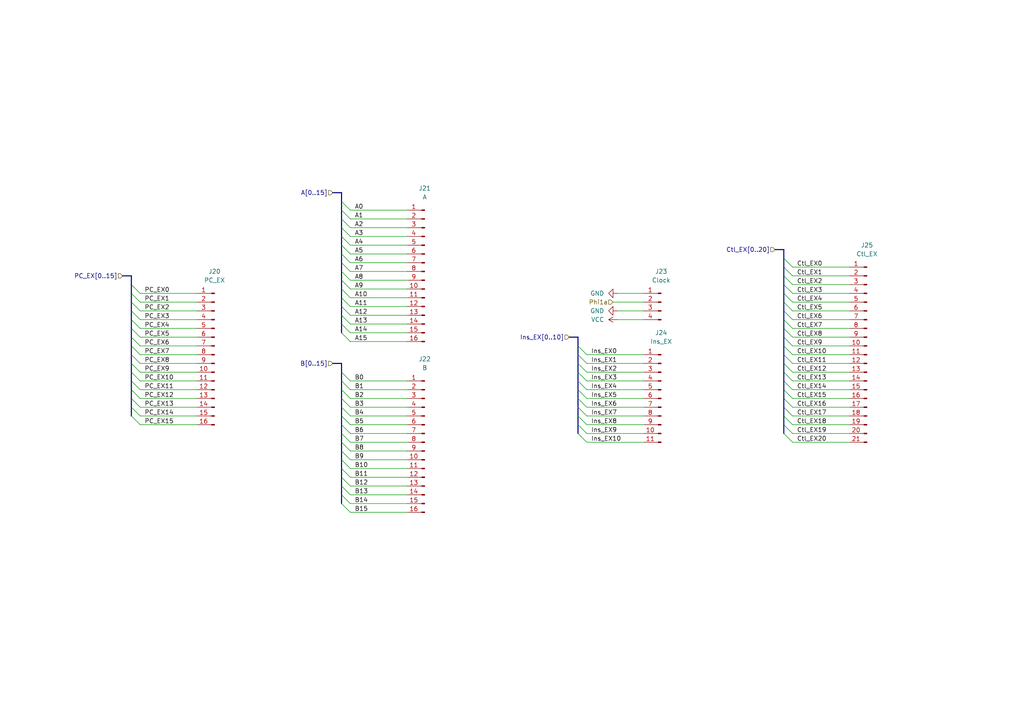
<source format=kicad_sch>
(kicad_sch (version 20211123) (generator eeschema)
  (paper "A4")
  (title_block (title "Turtle16: EX Module Inputs") (date "2022-09-24") (rev "B"))
  (lib_symbols
    (symbol "Connector:Conn_01x04_Male" (pin_names (offset 1.016) hide)
      (property "Reference" "J" (at 0 5.08 0))
      (property "Value" "Conn_01x04_Male" (at 0 -7.62 0))
      (symbol "Conn_01x04_Male_1_1"
        (polyline (pts (xy 1.27 -5.08) (xy 0.8636 -5.08)) (stroke (width 0.1524)))
        (polyline (pts (xy 1.27 -2.54) (xy 0.8636 -2.54)) (stroke (width 0.1524)))
        (polyline (pts (xy 1.27 0) (xy 0.8636 0)) (stroke (width 0.1524)))
        (polyline (pts (xy 1.27 2.54) (xy 0.8636 2.54)) (stroke (width 0.1524)))
        (rectangle (start 0.8636 -4.953) (end 0 -5.207) (stroke (width 0.1524)) (fill (type outline)))
        (rectangle (start 0.8636 -2.413) (end 0 -2.667) (stroke (width 0.1524)) (fill (type outline)))
        (rectangle (start 0.8636 0.127) (end 0 -0.127) (stroke (width 0.1524)) (fill (type outline)))
        (rectangle (start 0.8636 2.667) (end 0 2.413) (stroke (width 0.1524)) (fill (type outline)))
        (pin passive line (at 5.08 2.54 180) (length 3.81) (name "Pin_1") (number "1"))
        (pin passive line (at 5.08 0 180) (length 3.81) (name "Pin_2") (number "2"))
        (pin passive line (at 5.08 -2.54 180) (length 3.81) (name "Pin_3") (number "3"))
        (pin passive line (at 5.08 -5.08 180) (length 3.81) (name "Pin_4") (number "4"))
      )
    )
    (symbol "Connector:Conn_01x11_Male" (pin_names (offset 1.016) hide)
      (property "Reference" "J" (at 0 15.24 0))
      (property "Value" "Conn_01x11_Male" (at 0 -15.24 0))
      (symbol "Conn_01x11_Male_1_1"
        (polyline (pts (xy 1.27 -12.7) (xy 0.8636 -12.7)) (stroke (width 0.1524)))
        (polyline (pts (xy 1.27 -10.16) (xy 0.8636 -10.16)) (stroke (width 0.1524)))
        (polyline (pts (xy 1.27 -7.62) (xy 0.8636 -7.62)) (stroke (width 0.1524)))
        (polyline (pts (xy 1.27 -5.08) (xy 0.8636 -5.08)) (stroke (width 0.1524)))
        (polyline (pts (xy 1.27 -2.54) (xy 0.8636 -2.54)) (stroke (width 0.1524)))
        (polyline (pts (xy 1.27 0) (xy 0.8636 0)) (stroke (width 0.1524)))
        (polyline (pts (xy 1.27 2.54) (xy 0.8636 2.54)) (stroke (width 0.1524)))
        (polyline (pts (xy 1.27 5.08) (xy 0.8636 5.08)) (stroke (width 0.1524)))
        (polyline (pts (xy 1.27 7.62) (xy 0.8636 7.62)) (stroke (width 0.1524)))
        (polyline (pts (xy 1.27 10.16) (xy 0.8636 10.16)) (stroke (width 0.1524)))
        (polyline (pts (xy 1.27 12.7) (xy 0.8636 12.7)) (stroke (width 0.1524)))
        (rectangle (start 0.8636 -12.573) (end 0 -12.827) (stroke (width 0.1524)) (fill (type outline)))
        (rectangle (start 0.8636 -10.033) (end 0 -10.287) (stroke (width 0.1524)) (fill (type outline)))
        (rectangle (start 0.8636 -7.493) (end 0 -7.747) (stroke (width 0.1524)) (fill (type outline)))
        (rectangle (start 0.8636 -4.953) (end 0 -5.207) (stroke (width 0.1524)) (fill (type outline)))
        (rectangle (start 0.8636 -2.413) (end 0 -2.667) (stroke (width 0.1524)) (fill (type outline)))
        (rectangle (start 0.8636 0.127) (end 0 -0.127) (stroke (width 0.1524)) (fill (type outline)))
        (rectangle (start 0.8636 2.667) (end 0 2.413) (stroke (width 0.1524)) (fill (type outline)))
        (rectangle (start 0.8636 5.207) (end 0 4.953) (stroke (width 0.1524)) (fill (type outline)))
        (rectangle (start 0.8636 7.747) (end 0 7.493) (stroke (width 0.1524)) (fill (type outline)))
        (rectangle (start 0.8636 10.287) (end 0 10.033) (stroke (width 0.1524)) (fill (type outline)))
        (rectangle (start 0.8636 12.827) (end 0 12.573) (stroke (width 0.1524)) (fill (type outline)))
        (pin passive line (at 5.08 12.7 180) (length 3.81) (name "Pin_1") (number "1"))
        (pin passive line (at 5.08 -10.16 180) (length 3.81) (name "Pin_10") (number "10"))
        (pin passive line (at 5.08 -12.7 180) (length 3.81) (name "Pin_11") (number "11"))
        (pin passive line (at 5.08 10.16 180) (length 3.81) (name "Pin_2") (number "2"))
        (pin passive line (at 5.08 7.62 180) (length 3.81) (name "Pin_3") (number "3"))
        (pin passive line (at 5.08 5.08 180) (length 3.81) (name "Pin_4") (number "4"))
        (pin passive line (at 5.08 2.54 180) (length 3.81) (name "Pin_5") (number "5"))
        (pin passive line (at 5.08 0 180) (length 3.81) (name "Pin_6") (number "6"))
        (pin passive line (at 5.08 -2.54 180) (length 3.81) (name "Pin_7") (number "7"))
        (pin passive line (at 5.08 -5.08 180) (length 3.81) (name "Pin_8") (number "8"))
        (pin passive line (at 5.08 -7.62 180) (length 3.81) (name "Pin_9") (number "9"))
      )
    )
    (symbol "Connector:Conn_01x16_Male" (pin_names (offset 1.016) hide)
      (property "Reference" "J" (at 0 20.32 0))
      (property "Value" "Conn_01x16_Male" (at 0 -22.86 0))
      (symbol "Conn_01x16_Male_1_1"
        (polyline (pts (xy 1.27 -20.32) (xy 0.8636 -20.32)) (stroke (width 0.1524)))
        (polyline (pts (xy 1.27 -17.78) (xy 0.8636 -17.78)) (stroke (width 0.1524)))
        (polyline (pts (xy 1.27 -15.24) (xy 0.8636 -15.24)) (stroke (width 0.1524)))
        (polyline (pts (xy 1.27 -12.7) (xy 0.8636 -12.7)) (stroke (width 0.1524)))
        (polyline (pts (xy 1.27 -10.16) (xy 0.8636 -10.16)) (stroke (width 0.1524)))
        (polyline (pts (xy 1.27 -7.62) (xy 0.8636 -7.62)) (stroke (width 0.1524)))
        (polyline (pts (xy 1.27 -5.08) (xy 0.8636 -5.08)) (stroke (width 0.1524)))
        (polyline (pts (xy 1.27 -2.54) (xy 0.8636 -2.54)) (stroke (width 0.1524)))
        (polyline (pts (xy 1.27 0) (xy 0.8636 0)) (stroke (width 0.1524)))
        (polyline (pts (xy 1.27 2.54) (xy 0.8636 2.54)) (stroke (width 0.1524)))
        (polyline (pts (xy 1.27 5.08) (xy 0.8636 5.08)) (stroke (width 0.1524)))
        (polyline (pts (xy 1.27 7.62) (xy 0.8636 7.62)) (stroke (width 0.1524)))
        (polyline (pts (xy 1.27 10.16) (xy 0.8636 10.16)) (stroke (width 0.1524)))
        (polyline (pts (xy 1.27 12.7) (xy 0.8636 12.7)) (stroke (width 0.1524)))
        (polyline (pts (xy 1.27 15.24) (xy 0.8636 15.24)) (stroke (width 0.1524)))
        (polyline (pts (xy 1.27 17.78) (xy 0.8636 17.78)) (stroke (width 0.1524)))
        (rectangle (start 0.8636 -20.193) (end 0 -20.447) (stroke (width 0.1524)) (fill (type outline)))
        (rectangle (start 0.8636 -17.653) (end 0 -17.907) (stroke (width 0.1524)) (fill (type outline)))
        (rectangle (start 0.8636 -15.113) (end 0 -15.367) (stroke (width 0.1524)) (fill (type outline)))
        (rectangle (start 0.8636 -12.573) (end 0 -12.827) (stroke (width 0.1524)) (fill (type outline)))
        (rectangle (start 0.8636 -10.033) (end 0 -10.287) (stroke (width 0.1524)) (fill (type outline)))
        (rectangle (start 0.8636 -7.493) (end 0 -7.747) (stroke (width 0.1524)) (fill (type outline)))
        (rectangle (start 0.8636 -4.953) (end 0 -5.207) (stroke (width 0.1524)) (fill (type outline)))
        (rectangle (start 0.8636 -2.413) (end 0 -2.667) (stroke (width 0.1524)) (fill (type outline)))
        (rectangle (start 0.8636 0.127) (end 0 -0.127) (stroke (width 0.1524)) (fill (type outline)))
        (rectangle (start 0.8636 2.667) (end 0 2.413) (stroke (width 0.1524)) (fill (type outline)))
        (rectangle (start 0.8636 5.207) (end 0 4.953) (stroke (width 0.1524)) (fill (type outline)))
        (rectangle (start 0.8636 7.747) (end 0 7.493) (stroke (width 0.1524)) (fill (type outline)))
        (rectangle (start 0.8636 10.287) (end 0 10.033) (stroke (width 0.1524)) (fill (type outline)))
        (rectangle (start 0.8636 12.827) (end 0 12.573) (stroke (width 0.1524)) (fill (type outline)))
        (rectangle (start 0.8636 15.367) (end 0 15.113) (stroke (width 0.1524)) (fill (type outline)))
        (rectangle (start 0.8636 17.907) (end 0 17.653) (stroke (width 0.1524)) (fill (type outline)))
        (pin passive line (at 5.08 17.78 180) (length 3.81) (name "Pin_1") (number "1"))
        (pin passive line (at 5.08 -5.08 180) (length 3.81) (name "Pin_10") (number "10"))
        (pin passive line (at 5.08 -7.62 180) (length 3.81) (name "Pin_11") (number "11"))
        (pin passive line (at 5.08 -10.16 180) (length 3.81) (name "Pin_12") (number "12"))
        (pin passive line (at 5.08 -12.7 180) (length 3.81) (name "Pin_13") (number "13"))
        (pin passive line (at 5.08 -15.24 180) (length 3.81) (name "Pin_14") (number "14"))
        (pin passive line (at 5.08 -17.78 180) (length 3.81) (name "Pin_15") (number "15"))
        (pin passive line (at 5.08 -20.32 180) (length 3.81) (name "Pin_16") (number "16"))
        (pin passive line (at 5.08 15.24 180) (length 3.81) (name "Pin_2") (number "2"))
        (pin passive line (at 5.08 12.7 180) (length 3.81) (name "Pin_3") (number "3"))
        (pin passive line (at 5.08 10.16 180) (length 3.81) (name "Pin_4") (number "4"))
        (pin passive line (at 5.08 7.62 180) (length 3.81) (name "Pin_5") (number "5"))
        (pin passive line (at 5.08 5.08 180) (length 3.81) (name "Pin_6") (number "6"))
        (pin passive line (at 5.08 2.54 180) (length 3.81) (name "Pin_7") (number "7"))
        (pin passive line (at 5.08 0 180) (length 3.81) (name "Pin_8") (number "8"))
        (pin passive line (at 5.08 -2.54 180) (length 3.81) (name "Pin_9") (number "9"))
      )
    )
    (symbol "Connector:Conn_01x21_Male" (pin_names (offset 1.016) hide)
      (property "Reference" "J" (at 0 27.94 0))
      (property "Value" "Conn_01x21_Male" (at 0 -27.94 0))
      (symbol "Conn_01x21_Male_1_1"
        (polyline (pts (xy 1.27 -25.4) (xy 0.8636 -25.4)) (stroke (width 0.1524)))
        (polyline (pts (xy 1.27 -22.86) (xy 0.8636 -22.86)) (stroke (width 0.1524)))
        (polyline (pts (xy 1.27 -20.32) (xy 0.8636 -20.32)) (stroke (width 0.1524)))
        (polyline (pts (xy 1.27 -17.78) (xy 0.8636 -17.78)) (stroke (width 0.1524)))
        (polyline (pts (xy 1.27 -15.24) (xy 0.8636 -15.24)) (stroke (width 0.1524)))
        (polyline (pts (xy 1.27 -12.7) (xy 0.8636 -12.7)) (stroke (width 0.1524)))
        (polyline (pts (xy 1.27 -10.16) (xy 0.8636 -10.16)) (stroke (width 0.1524)))
        (polyline (pts (xy 1.27 -7.62) (xy 0.8636 -7.62)) (stroke (width 0.1524)))
        (polyline (pts (xy 1.27 -5.08) (xy 0.8636 -5.08)) (stroke (width 0.1524)))
        (polyline (pts (xy 1.27 -2.54) (xy 0.8636 -2.54)) (stroke (width 0.1524)))
        (polyline (pts (xy 1.27 0) (xy 0.8636 0)) (stroke (width 0.1524)))
        (polyline (pts (xy 1.27 2.54) (xy 0.8636 2.54)) (stroke (width 0.1524)))
        (polyline (pts (xy 1.27 5.08) (xy 0.8636 5.08)) (stroke (width 0.1524)))
        (polyline (pts (xy 1.27 7.62) (xy 0.8636 7.62)) (stroke (width 0.1524)))
        (polyline (pts (xy 1.27 10.16) (xy 0.8636 10.16)) (stroke (width 0.1524)))
        (polyline (pts (xy 1.27 12.7) (xy 0.8636 12.7)) (stroke (width 0.1524)))
        (polyline (pts (xy 1.27 15.24) (xy 0.8636 15.24)) (stroke (width 0.1524)))
        (polyline (pts (xy 1.27 17.78) (xy 0.8636 17.78)) (stroke (width 0.1524)))
        (polyline (pts (xy 1.27 20.32) (xy 0.8636 20.32)) (stroke (width 0.1524)))
        (polyline (pts (xy 1.27 22.86) (xy 0.8636 22.86)) (stroke (width 0.1524)))
        (polyline (pts (xy 1.27 25.4) (xy 0.8636 25.4)) (stroke (width 0.1524)))
        (rectangle (start 0.8636 -25.273) (end 0 -25.527) (stroke (width 0.1524)) (fill (type outline)))
        (rectangle (start 0.8636 -22.733) (end 0 -22.987) (stroke (width 0.1524)) (fill (type outline)))
        (rectangle (start 0.8636 -20.193) (end 0 -20.447) (stroke (width 0.1524)) (fill (type outline)))
        (rectangle (start 0.8636 -17.653) (end 0 -17.907) (stroke (width 0.1524)) (fill (type outline)))
        (rectangle (start 0.8636 -15.113) (end 0 -15.367) (stroke (width 0.1524)) (fill (type outline)))
        (rectangle (start 0.8636 -12.573) (end 0 -12.827) (stroke (width 0.1524)) (fill (type outline)))
        (rectangle (start 0.8636 -10.033) (end 0 -10.287) (stroke (width 0.1524)) (fill (type outline)))
        (rectangle (start 0.8636 -7.493) (end 0 -7.747) (stroke (width 0.1524)) (fill (type outline)))
        (rectangle (start 0.8636 -4.953) (end 0 -5.207) (stroke (width 0.1524)) (fill (type outline)))
        (rectangle (start 0.8636 -2.413) (end 0 -2.667) (stroke (width 0.1524)) (fill (type outline)))
        (rectangle (start 0.8636 0.127) (end 0 -0.127) (stroke (width 0.1524)) (fill (type outline)))
        (rectangle (start 0.8636 2.667) (end 0 2.413) (stroke (width 0.1524)) (fill (type outline)))
        (rectangle (start 0.8636 5.207) (end 0 4.953) (stroke (width 0.1524)) (fill (type outline)))
        (rectangle (start 0.8636 7.747) (end 0 7.493) (stroke (width 0.1524)) (fill (type outline)))
        (rectangle (start 0.8636 10.287) (end 0 10.033) (stroke (width 0.1524)) (fill (type outline)))
        (rectangle (start 0.8636 12.827) (end 0 12.573) (stroke (width 0.1524)) (fill (type outline)))
        (rectangle (start 0.8636 15.367) (end 0 15.113) (stroke (width 0.1524)) (fill (type outline)))
        (rectangle (start 0.8636 17.907) (end 0 17.653) (stroke (width 0.1524)) (fill (type outline)))
        (rectangle (start 0.8636 20.447) (end 0 20.193) (stroke (width 0.1524)) (fill (type outline)))
        (rectangle (start 0.8636 22.987) (end 0 22.733) (stroke (width 0.1524)) (fill (type outline)))
        (rectangle (start 0.8636 25.527) (end 0 25.273) (stroke (width 0.1524)) (fill (type outline)))
        (pin passive line (at 5.08 25.4 180) (length 3.81) (name "Pin_1") (number "1"))
        (pin passive line (at 5.08 2.54 180) (length 3.81) (name "Pin_10") (number "10"))
        (pin passive line (at 5.08 0 180) (length 3.81) (name "Pin_11") (number "11"))
        (pin passive line (at 5.08 -2.54 180) (length 3.81) (name "Pin_12") (number "12"))
        (pin passive line (at 5.08 -5.08 180) (length 3.81) (name "Pin_13") (number "13"))
        (pin passive line (at 5.08 -7.62 180) (length 3.81) (name "Pin_14") (number "14"))
        (pin passive line (at 5.08 -10.16 180) (length 3.81) (name "Pin_15") (number "15"))
        (pin passive line (at 5.08 -12.7 180) (length 3.81) (name "Pin_16") (number "16"))
        (pin passive line (at 5.08 -15.24 180) (length 3.81) (name "Pin_17") (number "17"))
        (pin passive line (at 5.08 -17.78 180) (length 3.81) (name "Pin_18") (number "18"))
        (pin passive line (at 5.08 -20.32 180) (length 3.81) (name "Pin_19") (number "19"))
        (pin passive line (at 5.08 22.86 180) (length 3.81) (name "Pin_2") (number "2"))
        (pin passive line (at 5.08 -22.86 180) (length 3.81) (name "Pin_20") (number "20"))
        (pin passive line (at 5.08 -25.4 180) (length 3.81) (name "Pin_21") (number "21"))
        (pin passive line (at 5.08 20.32 180) (length 3.81) (name "Pin_3") (number "3"))
        (pin passive line (at 5.08 17.78 180) (length 3.81) (name "Pin_4") (number "4"))
        (pin passive line (at 5.08 15.24 180) (length 3.81) (name "Pin_5") (number "5"))
        (pin passive line (at 5.08 12.7 180) (length 3.81) (name "Pin_6") (number "6"))
        (pin passive line (at 5.08 10.16 180) (length 3.81) (name "Pin_7") (number "7"))
        (pin passive line (at 5.08 7.62 180) (length 3.81) (name "Pin_8") (number "8"))
        (pin passive line (at 5.08 5.08 180) (length 3.81) (name "Pin_9") (number "9"))
      )
    )
    (symbol "power:GND" (power) (pin_names (offset 0))
      (property "Value" "GND" (at 0 -3.81 0))
      (symbol "GND_0_1"
        (polyline (pts (xy 0 0) (xy 0 -1.27) (xy 1.27 -1.27) (xy 0 -2.54) (xy -1.27 -1.27) (xy 0 -1.27)))
      )
      (symbol "GND_1_1"
        (pin power_in line (at 0 0 270) (length 0) hide (name "GND") (number "1"))
      )
    )
    (symbol "power:VCC" (power) (pin_names (offset 0))
      (property "Value" "VCC" (at 0 3.81 0))
      (symbol "VCC_0_1"
        (polyline (pts (xy -0.762 1.27) (xy 0 2.54)))
        (polyline (pts (xy 0 0) (xy 0 2.54)))
        (polyline (pts (xy 0 2.54) (xy 0.762 1.27)))
      )
      (symbol "VCC_1_1"
        (pin power_in line (at 0 0 90) (length 0) hide (name "VCC") (number "1"))
      )
    )
  )
  (bus_entry (at 99.06 66.04) (size 2.54 2.54))
  (bus_entry (at 99.06 91.44) (size 2.54 2.54))
  (bus_entry (at 227.33 125.73) (size 2.54 2.54))
  (bus_entry (at 38.1 110.49) (size 2.54 2.54))
  (bus_entry (at 227.33 100.33) (size 2.54 2.54))
  (bus_entry (at 38.1 105.41) (size 2.54 2.54))
  (bus_entry (at 99.06 60.96) (size 2.54 2.54))
  (bus_entry (at 99.06 73.66) (size 2.54 2.54))
  (bus_entry (at 99.06 140.97) (size 2.54 2.54))
  (bus_entry (at 227.33 95.25) (size 2.54 2.54))
  (bus_entry (at 99.06 118.11) (size 2.54 2.54))
  (bus_entry (at 227.33 123.19) (size 2.54 2.54))
  (bus_entry (at 99.06 81.28) (size 2.54 2.54))
  (bus_entry (at 227.33 85.09) (size 2.54 2.54))
  (bus_entry (at 227.33 80.01) (size 2.54 2.54))
  (bus_entry (at 99.06 113.03) (size 2.54 2.54))
  (bus_entry (at 227.33 120.65) (size 2.54 2.54))
  (bus_entry (at 167.64 120.65) (size 2.54 2.54))
  (bus_entry (at 227.33 102.87) (size 2.54 2.54))
  (bus_entry (at 227.33 115.57) (size 2.54 2.54))
  (bus_entry (at 99.06 143.51) (size 2.54 2.54))
  (bus_entry (at 167.64 113.03) (size 2.54 2.54))
  (bus_entry (at 227.33 90.17) (size 2.54 2.54))
  (bus_entry (at 38.1 95.25) (size 2.54 2.54))
  (bus_entry (at 99.06 128.27) (size 2.54 2.54))
  (bus_entry (at 99.06 63.5) (size 2.54 2.54))
  (bus_entry (at 227.33 77.47) (size 2.54 2.54))
  (bus_entry (at 167.64 110.49) (size 2.54 2.54))
  (bus_entry (at 227.33 82.55) (size 2.54 2.54))
  (bus_entry (at 227.33 87.63) (size 2.54 2.54))
  (bus_entry (at 99.06 123.19) (size 2.54 2.54))
  (bus_entry (at 99.06 125.73) (size 2.54 2.54))
  (bus_entry (at 227.33 107.95) (size 2.54 2.54))
  (bus_entry (at 167.64 123.19) (size 2.54 2.54))
  (bus_entry (at 99.06 146.05) (size 2.54 2.54))
  (bus_entry (at 167.64 107.95) (size 2.54 2.54))
  (bus_entry (at 38.1 82.55) (size 2.54 2.54))
  (bus_entry (at 38.1 87.63) (size 2.54 2.54))
  (bus_entry (at 99.06 68.58) (size 2.54 2.54))
  (bus_entry (at 99.06 88.9) (size 2.54 2.54))
  (bus_entry (at 227.33 110.49) (size 2.54 2.54))
  (bus_entry (at 99.06 130.81) (size 2.54 2.54))
  (bus_entry (at 38.1 100.33) (size 2.54 2.54))
  (bus_entry (at 38.1 113.03) (size 2.54 2.54))
  (bus_entry (at 227.33 113.03) (size 2.54 2.54))
  (bus_entry (at 99.06 78.74) (size 2.54 2.54))
  (bus_entry (at 227.33 118.11) (size 2.54 2.54))
  (bus_entry (at 227.33 105.41) (size 2.54 2.54))
  (bus_entry (at 99.06 71.12) (size 2.54 2.54))
  (bus_entry (at 38.1 85.09) (size 2.54 2.54))
  (bus_entry (at 227.33 92.71) (size 2.54 2.54))
  (bus_entry (at 38.1 92.71) (size 2.54 2.54))
  (bus_entry (at 38.1 107.95) (size 2.54 2.54))
  (bus_entry (at 99.06 58.42) (size 2.54 2.54))
  (bus_entry (at 167.64 125.73) (size 2.54 2.54))
  (bus_entry (at 99.06 96.52) (size 2.54 2.54))
  (bus_entry (at 99.06 120.65) (size 2.54 2.54))
  (bus_entry (at 38.1 118.11) (size 2.54 2.54))
  (bus_entry (at 99.06 76.2) (size 2.54 2.54))
  (bus_entry (at 99.06 93.98) (size 2.54 2.54))
  (bus_entry (at 167.64 105.41) (size 2.54 2.54))
  (bus_entry (at 99.06 107.95) (size 2.54 2.54))
  (bus_entry (at 167.64 115.57) (size 2.54 2.54))
  (bus_entry (at 99.06 86.36) (size 2.54 2.54))
  (bus_entry (at 99.06 138.43) (size 2.54 2.54))
  (bus_entry (at 227.33 74.93) (size 2.54 2.54))
  (bus_entry (at 99.06 110.49) (size 2.54 2.54))
  (bus_entry (at 99.06 133.35) (size 2.54 2.54))
  (bus_entry (at 167.64 102.87) (size 2.54 2.54))
  (bus_entry (at 38.1 115.57) (size 2.54 2.54))
  (bus_entry (at 99.06 83.82) (size 2.54 2.54))
  (bus_entry (at 167.64 100.33) (size 2.54 2.54))
  (bus_entry (at 99.06 115.57) (size 2.54 2.54))
  (bus_entry (at 38.1 90.17) (size 2.54 2.54))
  (bus_entry (at 38.1 97.79) (size 2.54 2.54))
  (bus_entry (at 38.1 120.65) (size 2.54 2.54))
  (bus_entry (at 99.06 135.89) (size 2.54 2.54))
  (bus_entry (at 38.1 102.87) (size 2.54 2.54))
  (bus_entry (at 167.64 118.11) (size 2.54 2.54))
  (bus_entry (at 227.33 97.79) (size 2.54 2.54))
  (wire (pts (xy 101.6 140.97) (xy 118.11 140.97)))
  (bus (pts (xy 227.33 77.47) (xy 227.33 80.01)))
  (bus (pts (xy 167.64 100.33) (xy 167.64 102.87)))
  (bus (pts (xy 227.33 123.19) (xy 227.33 125.73)))
  (bus (pts (xy 38.1 90.17) (xy 38.1 92.71)))
  (bus (pts (xy 227.33 105.41) (xy 227.33 107.95)))
  (bus (pts (xy 99.06 93.98) (xy 99.06 96.52)))
  (bus (pts (xy 99.06 105.41) (xy 99.06 107.95)))
  (bus (pts (xy 35.56 80.01) (xy 38.1 80.01)))
  (wire (pts (xy 229.87 77.47) (xy 246.38 77.47)))
  (wire (pts (xy 101.6 68.58) (xy 118.11 68.58)))
  (bus (pts (xy 227.33 95.25) (xy 227.33 97.79)))
  (bus (pts (xy 99.06 110.49) (xy 99.06 113.03)))
  (wire (pts (xy 229.87 92.71) (xy 246.38 92.71)))
  (bus (pts (xy 99.06 128.27) (xy 99.06 130.81)))
  (bus (pts (xy 227.33 82.55) (xy 227.33 85.09)))
  (wire (pts (xy 101.6 86.36) (xy 118.11 86.36)))
  (bus (pts (xy 224.79 72.39) (xy 227.33 72.39)))
  (bus (pts (xy 167.64 118.11) (xy 167.64 120.65)))
  (bus (pts (xy 227.33 92.71) (xy 227.33 95.25)))
  (wire (pts (xy 170.18 102.87) (xy 186.69 102.87)))
  (wire (pts (xy 170.18 123.19) (xy 186.69 123.19)))
  (wire (pts (xy 40.64 120.65) (xy 57.15 120.65)))
  (bus (pts (xy 99.06 115.57) (xy 99.06 118.11)))
  (wire (pts (xy 101.6 130.81) (xy 118.11 130.81)))
  (wire (pts (xy 101.6 148.59) (xy 118.11 148.59)))
  (wire (pts (xy 101.6 113.03) (xy 118.11 113.03)))
  (wire (pts (xy 229.87 113.03) (xy 246.38 113.03)))
  (wire (pts (xy 40.64 85.09) (xy 57.15 85.09)))
  (bus (pts (xy 99.06 83.82) (xy 99.06 86.36)))
  (bus (pts (xy 99.06 125.73) (xy 99.06 128.27)))
  (bus (pts (xy 167.64 105.41) (xy 167.64 107.95)))
  (wire (pts (xy 229.87 120.65) (xy 246.38 120.65)))
  (bus (pts (xy 167.64 110.49) (xy 167.64 113.03)))
  (bus (pts (xy 227.33 120.65) (xy 227.33 123.19)))
  (bus (pts (xy 99.06 91.44) (xy 99.06 93.98)))
  (wire (pts (xy 101.6 128.27) (xy 118.11 128.27)))
  (wire (pts (xy 170.18 113.03) (xy 186.69 113.03)))
  (bus (pts (xy 227.33 97.79) (xy 227.33 100.33)))
  (bus (pts (xy 99.06 58.42) (xy 99.06 60.96)))
  (bus (pts (xy 38.1 102.87) (xy 38.1 105.41)))
  (wire (pts (xy 229.87 123.19) (xy 246.38 123.19)))
  (wire (pts (xy 186.69 90.17) (xy 179.07 90.17)))
  (bus (pts (xy 227.33 87.63) (xy 227.33 90.17)))
  (wire (pts (xy 229.87 102.87) (xy 246.38 102.87)))
  (bus (pts (xy 99.06 81.28) (xy 99.06 83.82)))
  (bus (pts (xy 38.1 85.09) (xy 38.1 87.63)))
  (bus (pts (xy 167.64 107.95) (xy 167.64 110.49)))
  (bus (pts (xy 227.33 113.03) (xy 227.33 115.57)))
  (wire (pts (xy 229.87 95.25) (xy 246.38 95.25)))
  (bus (pts (xy 167.64 97.79) (xy 167.64 100.33)))
  (wire (pts (xy 170.18 110.49) (xy 186.69 110.49)))
  (wire (pts (xy 40.64 105.41) (xy 57.15 105.41)))
  (wire (pts (xy 101.6 60.96) (xy 118.11 60.96)))
  (wire (pts (xy 40.64 113.03) (xy 57.15 113.03)))
  (wire (pts (xy 101.6 120.65) (xy 118.11 120.65)))
  (wire (pts (xy 40.64 102.87) (xy 57.15 102.87)))
  (wire (pts (xy 101.6 76.2) (xy 118.11 76.2)))
  (bus (pts (xy 99.06 55.88) (xy 99.06 58.42)))
  (wire (pts (xy 101.6 115.57) (xy 118.11 115.57)))
  (bus (pts (xy 99.06 66.04) (xy 99.06 68.58)))
  (bus (pts (xy 38.1 107.95) (xy 38.1 110.49)))
  (bus (pts (xy 99.06 130.81) (xy 99.06 133.35)))
  (bus (pts (xy 227.33 102.87) (xy 227.33 105.41)))
  (bus (pts (xy 99.06 78.74) (xy 99.06 81.28)))
  (bus (pts (xy 227.33 74.93) (xy 227.33 77.47)))
  (bus (pts (xy 99.06 86.36) (xy 99.06 88.9)))
  (bus (pts (xy 227.33 72.39) (xy 227.33 74.93)))
  (wire (pts (xy 186.69 85.09) (xy 179.07 85.09)))
  (bus (pts (xy 38.1 113.03) (xy 38.1 115.57)))
  (wire (pts (xy 101.6 78.74) (xy 118.11 78.74)))
  (bus (pts (xy 167.64 113.03) (xy 167.64 115.57)))
  (wire (pts (xy 229.87 115.57) (xy 246.38 115.57)))
  (bus (pts (xy 99.06 135.89) (xy 99.06 138.43)))
  (wire (pts (xy 101.6 73.66) (xy 118.11 73.66)))
  (bus (pts (xy 99.06 63.5) (xy 99.06 66.04)))
  (wire (pts (xy 101.6 143.51) (xy 118.11 143.51)))
  (wire (pts (xy 101.6 118.11) (xy 118.11 118.11)))
  (bus (pts (xy 227.33 100.33) (xy 227.33 102.87)))
  (wire (pts (xy 40.64 107.95) (xy 57.15 107.95)))
  (bus (pts (xy 38.1 80.01) (xy 38.1 82.55)))
  (wire (pts (xy 40.64 97.79) (xy 57.15 97.79)))
  (bus (pts (xy 38.1 82.55) (xy 38.1 85.09)))
  (wire (pts (xy 40.64 115.57) (xy 57.15 115.57)))
  (wire (pts (xy 170.18 118.11) (xy 186.69 118.11)))
  (wire (pts (xy 101.6 88.9) (xy 118.11 88.9)))
  (bus (pts (xy 38.1 95.25) (xy 38.1 97.79)))
  (bus (pts (xy 99.06 120.65) (xy 99.06 123.19)))
  (bus (pts (xy 99.06 118.11) (xy 99.06 120.65)))
  (wire (pts (xy 101.6 138.43) (xy 118.11 138.43)))
  (bus (pts (xy 99.06 68.58) (xy 99.06 71.12)))
  (bus (pts (xy 227.33 115.57) (xy 227.33 118.11)))
  (wire (pts (xy 170.18 125.73) (xy 186.69 125.73)))
  (wire (pts (xy 101.6 146.05) (xy 118.11 146.05)))
  (wire (pts (xy 101.6 93.98) (xy 118.11 93.98)))
  (wire (pts (xy 101.6 91.44) (xy 118.11 91.44)))
  (wire (pts (xy 40.64 123.19) (xy 57.15 123.19)))
  (wire (pts (xy 186.69 92.71) (xy 179.07 92.71)))
  (bus (pts (xy 227.33 80.01) (xy 227.33 82.55)))
  (wire (pts (xy 170.18 107.95) (xy 186.69 107.95)))
  (bus (pts (xy 99.06 133.35) (xy 99.06 135.89)))
  (bus (pts (xy 99.06 60.96) (xy 99.06 63.5)))
  (wire (pts (xy 101.6 63.5) (xy 118.11 63.5)))
  (bus (pts (xy 99.06 73.66) (xy 99.06 76.2)))
  (bus (pts (xy 227.33 107.95) (xy 227.33 110.49)))
  (bus (pts (xy 167.64 102.87) (xy 167.64 105.41)))
  (wire (pts (xy 170.18 115.57) (xy 186.69 115.57)))
  (wire (pts (xy 40.64 95.25) (xy 57.15 95.25)))
  (bus (pts (xy 99.06 107.95) (xy 99.06 110.49)))
  (wire (pts (xy 229.87 105.41) (xy 246.38 105.41)))
  (bus (pts (xy 38.1 100.33) (xy 38.1 102.87)))
  (wire (pts (xy 101.6 110.49) (xy 118.11 110.49)))
  (bus (pts (xy 99.06 143.51) (xy 99.06 146.05)))
  (wire (pts (xy 101.6 66.04) (xy 118.11 66.04)))
  (wire (pts (xy 40.64 90.17) (xy 57.15 90.17)))
  (bus (pts (xy 96.52 55.88) (xy 99.06 55.88)))
  (bus (pts (xy 167.64 123.19) (xy 167.64 125.73)))
  (wire (pts (xy 170.18 128.27) (xy 186.69 128.27)))
  (bus (pts (xy 38.1 118.11) (xy 38.1 120.65)))
  (bus (pts (xy 99.06 71.12) (xy 99.06 73.66)))
  (bus (pts (xy 227.33 85.09) (xy 227.33 87.63)))
  (wire (pts (xy 229.87 90.17) (xy 246.38 90.17)))
  (wire (pts (xy 40.64 87.63) (xy 57.15 87.63)))
  (bus (pts (xy 99.06 88.9) (xy 99.06 91.44)))
  (bus (pts (xy 96.52 105.41) (xy 99.06 105.41)))
  (wire (pts (xy 101.6 71.12) (xy 118.11 71.12)))
  (bus (pts (xy 167.64 120.65) (xy 167.64 123.19)))
  (wire (pts (xy 101.6 83.82) (xy 118.11 83.82)))
  (wire (pts (xy 229.87 87.63) (xy 246.38 87.63)))
  (bus (pts (xy 38.1 110.49) (xy 38.1 113.03)))
  (wire (pts (xy 40.64 92.71) (xy 57.15 92.71)))
  (wire (pts (xy 229.87 128.27) (xy 246.38 128.27)))
  (bus (pts (xy 99.06 138.43) (xy 99.06 140.97)))
  (wire (pts (xy 170.18 120.65) (xy 186.69 120.65)))
  (wire (pts (xy 101.6 133.35) (xy 118.11 133.35)))
  (wire (pts (xy 101.6 123.19) (xy 118.11 123.19)))
  (bus (pts (xy 167.64 115.57) (xy 167.64 118.11)))
  (wire (pts (xy 229.87 107.95) (xy 246.38 107.95)))
  (wire (pts (xy 229.87 85.09) (xy 246.38 85.09)))
  (wire (pts (xy 101.6 81.28) (xy 118.11 81.28)))
  (wire (pts (xy 229.87 97.79) (xy 246.38 97.79)))
  (wire (pts (xy 229.87 125.73) (xy 246.38 125.73)))
  (wire (pts (xy 101.6 99.06) (xy 118.11 99.06)))
  (bus (pts (xy 165.1 97.79) (xy 167.64 97.79)))
  (wire (pts (xy 229.87 110.49) (xy 246.38 110.49)))
  (bus (pts (xy 99.06 123.19) (xy 99.06 125.73)))
  (wire (pts (xy 101.6 125.73) (xy 118.11 125.73)))
  (wire (pts (xy 186.69 87.63) (xy 177.8 87.63)))
  (wire (pts (xy 170.18 105.41) (xy 186.69 105.41)))
  (wire (pts (xy 229.87 118.11) (xy 246.38 118.11)))
  (bus (pts (xy 99.06 76.2) (xy 99.06 78.74)))
  (bus (pts (xy 38.1 92.71) (xy 38.1 95.25)))
  (bus (pts (xy 99.06 140.97) (xy 99.06 143.51)))
  (bus (pts (xy 38.1 87.63) (xy 38.1 90.17)))
  (bus (pts (xy 38.1 97.79) (xy 38.1 100.33)))
  (wire (pts (xy 101.6 135.89) (xy 118.11 135.89)))
  (bus (pts (xy 38.1 105.41) (xy 38.1 107.95)))
  (wire (pts (xy 40.64 118.11) (xy 57.15 118.11)))
  (bus (pts (xy 227.33 90.17) (xy 227.33 92.71)))
  (bus (pts (xy 38.1 115.57) (xy 38.1 118.11)))
  (wire (pts (xy 40.64 110.49) (xy 57.15 110.49)))
  (wire (pts (xy 40.64 100.33) (xy 57.15 100.33)))
  (bus (pts (xy 227.33 110.49) (xy 227.33 113.03)))
  (bus (pts (xy 99.06 113.03) (xy 99.06 115.57)))
  (wire (pts (xy 229.87 80.01) (xy 246.38 80.01)))
  (wire (pts (xy 229.87 100.33) (xy 246.38 100.33)))
  (wire (pts (xy 229.87 82.55) (xy 246.38 82.55)))
  (bus (pts (xy 227.33 118.11) (xy 227.33 120.65)))
  (wire (pts (xy 101.6 96.52) (xy 118.11 96.52)))
  (label "Ctl_EX2" (at 231.14 82.55 0))
  (label "A6" (at 102.87 76.2 0))
  (label "PC_EX12" (at 41.91 115.57 0))
  (label "PC_EX2" (at 41.91 90.17 0))
  (label "Ctl_EX11" (at 231.14 105.41 0))
  (label "PC_EX11" (at 41.91 113.03 0))
  (label "Ctl_EX17" (at 231.14 120.65 0))
  (label "A11" (at 102.87 88.9 0))
  (label "Ctl_EX1" (at 231.14 80.01 0))
  (label "B7" (at 102.87 128.27 0))
  (label "A10" (at 102.87 86.36 0))
  (label "B11" (at 102.87 138.43 0))
  (label "Ctl_EX14" (at 231.14 113.03 0))
  (label "B4" (at 102.87 120.65 0))
  (label "Ctl_EX6" (at 231.14 92.71 0))
  (label "B2" (at 102.87 115.57 0))
  (label "B0" (at 102.87 110.49 0))
  (label "Ctl_EX20" (at 231.14 128.27 0))
  (label "Ins_EX6" (at 171.45 118.11 0))
  (label "Ins_EX10" (at 171.45 128.27 0))
  (label "A4" (at 102.87 71.12 0))
  (label "A14" (at 102.87 96.52 0))
  (label "PC_EX10" (at 41.91 110.49 0))
  (label "PC_EX7" (at 41.91 102.87 0))
  (label "Ctl_EX15" (at 231.14 115.57 0))
  (label "Ctl_EX7" (at 231.14 95.25 0))
  (label "A3" (at 102.87 68.58 0))
  (label "Ctl_EX4" (at 231.14 87.63 0))
  (label "Ins_EX4" (at 171.45 113.03 0))
  (label "Ctl_EX3" (at 231.14 85.09 0))
  (label "Ins_EX5" (at 171.45 115.57 0))
  (label "B8" (at 102.87 130.81 0))
  (label "B3" (at 102.87 118.11 0))
  (label "A7" (at 102.87 78.74 0))
  (label "A15" (at 102.87 99.06 0))
  (label "Ctl_EX9" (at 231.14 100.33 0))
  (label "B1" (at 102.87 113.03 0))
  (label "PC_EX4" (at 41.91 95.25 0))
  (label "PC_EX0" (at 41.91 85.09 0))
  (label "PC_EX14" (at 41.91 120.65 0))
  (label "A9" (at 102.87 83.82 0))
  (label "Ins_EX8" (at 171.45 123.19 0))
  (label "Ctl_EX0" (at 231.14 77.47 0))
  (label "Ins_EX3" (at 171.45 110.49 0))
  (label "PC_EX13" (at 41.91 118.11 0))
  (label "Ctl_EX19" (at 231.14 125.73 0))
  (label "B14" (at 102.87 146.05 0))
  (label "Ins_EX9" (at 171.45 125.73 0))
  (label "Ctl_EX12" (at 231.14 107.95 0))
  (label "B10" (at 102.87 135.89 0))
  (label "Ins_EX0" (at 171.45 102.87 0))
  (label "A13" (at 102.87 93.98 0))
  (label "PC_EX8" (at 41.91 105.41 0))
  (label "A12" (at 102.87 91.44 0))
  (label "Ctl_EX13" (at 231.14 110.49 0))
  (label "PC_EX5" (at 41.91 97.79 0))
  (label "Ins_EX1" (at 171.45 105.41 0))
  (label "PC_EX9" (at 41.91 107.95 0))
  (label "PC_EX15" (at 41.91 123.19 0))
  (label "B9" (at 102.87 133.35 0))
  (label "PC_EX3" (at 41.91 92.71 0))
  (label "B5" (at 102.87 123.19 0))
  (label "A8" (at 102.87 81.28 0))
  (label "B15" (at 102.87 148.59 0))
  (label "A2" (at 102.87 66.04 0))
  (label "Ctl_EX5" (at 231.14 90.17 0))
  (label "Ctl_EX18" (at 231.14 123.19 0))
  (label "A0" (at 102.87 60.96 0))
  (label "Ins_EX2" (at 171.45 107.95 0))
  (label "PC_EX6" (at 41.91 100.33 0))
  (label "Ctl_EX10" (at 231.14 102.87 0))
  (label "PC_EX1" (at 41.91 87.63 0))
  (label "B6" (at 102.87 125.73 0))
  (label "A1" (at 102.87 63.5 0))
  (label "B13" (at 102.87 143.51 0))
  (label "Ctl_EX16" (at 231.14 118.11 0))
  (label "B12" (at 102.87 140.97 0))
  (label "Ctl_EX8" (at 231.14 97.79 0))
  (label "A5" (at 102.87 73.66 0))
  (label "Ins_EX7" (at 171.45 120.65 0))
  (hierarchical_label "Ins_EX[0..10]" (shape input) (at 165.1 97.79 180))
  (hierarchical_label "Ctl_EX[0..20]" (shape input) (at 224.79 72.39 180))
  (hierarchical_label "A[0..15]" (shape input) (at 96.52 55.88 180))
  (hierarchical_label "B[0..15]" (shape input) (at 96.52 105.41 180))
  (hierarchical_label "Phi1a" (shape input) (at 177.8 87.63 180))
  (hierarchical_label "PC_EX[0..15]" (shape input) (at 35.56 80.01 180))
  (symbol (lib_id "Connector:Conn_01x16_Male") (at 123.19 128.27 0) (mirror y) (unit 1)
    (property "Reference" "J22" (at 123.19 104.14 0))
    (property "Value" "B" (at 123.19 106.68 0))
    (property "Footprint" "Connector_PinHeader_2.54mm:PinHeader_1x16_P2.54mm_Vertical" (effects hide))
  )
  (symbol (lib_id "Connector:Conn_01x16_Male") (at 62.23 102.87 0) (mirror y) (unit 1)
    (property "Reference" "J20" (at 62.23 78.74 0))
    (property "Value" "PC_EX" (at 62.23 81.28 0))
    (property "Footprint" "Connector_PinHeader_2.54mm:PinHeader_1x16_P2.54mm_Vertical" (effects hide))
  )
  (symbol (lib_id "Connector:Conn_01x04_Male") (at 191.77 87.63 0) (mirror y) (unit 1)
    (property "Reference" "J23" (at 191.77 78.74 0))
    (property "Value" "Clock" (at 191.77 81.28 0))
    (property "Footprint" "Connector_PinHeader_2.54mm:PinHeader_1x04_P2.54mm_Vertical" (effects hide))
  )
  (symbol (lib_id "power:VCC") (at 179.07 92.71 90) (mirror x) (unit 1)
    (property "Reference" "#PWR017" (effects hide))
    (property "Value" "VCC" (at 175.26 92.7099 90) (effects (justify left)))
  )
  (symbol (lib_id "Connector:Conn_01x16_Male") (at 123.19 78.74 0) (mirror y) (unit 1)
    (property "Reference" "J21" (at 123.19 54.61 0))
    (property "Value" "A" (at 123.19 57.15 0))
    (property "Footprint" "Connector_PinHeader_2.54mm:PinHeader_1x16_P2.54mm_Vertical" (effects hide))
  )
  (symbol (lib_id "Connector:Conn_01x11_Male") (at 191.77 115.57 0) (mirror y) (unit 1)
    (property "Reference" "J24" (at 191.77 96.52 0))
    (property "Value" "Ins_EX" (at 191.77 99.06 0))
    (property "Footprint" "Connector_PinHeader_2.54mm:PinHeader_1x11_P2.54mm_Vertical" (effects hide))
  )
  (symbol (lib_id "Connector:Conn_01x21_Male") (at 251.46 102.87 0) (mirror y) (unit 1)
    (property "Reference" "J25" (at 251.46 71.12 0))
    (property "Value" "Ctl_EX" (at 251.46 73.66 0))
    (property "Footprint" "Connector_PinHeader_2.54mm:PinHeader_1x21_P2.54mm_Vertical" (effects hide))
  )
  (symbol (lib_id "power:GND") (at 179.07 90.17 270) (mirror x) (unit 1)
    (property "Reference" "#PWR016" (effects hide))
    (property "Value" "GND" (at 175.26 90.1699 90) (effects (justify right)))
  )
  (symbol (lib_id "power:GND") (at 179.07 85.09 270) (mirror x) (unit 1)
    (property "Reference" "#PWR015" (effects hide))
    (property "Value" "GND" (at 175.26 85.0899 90) (effects (justify right)))
  )
)
</source>
